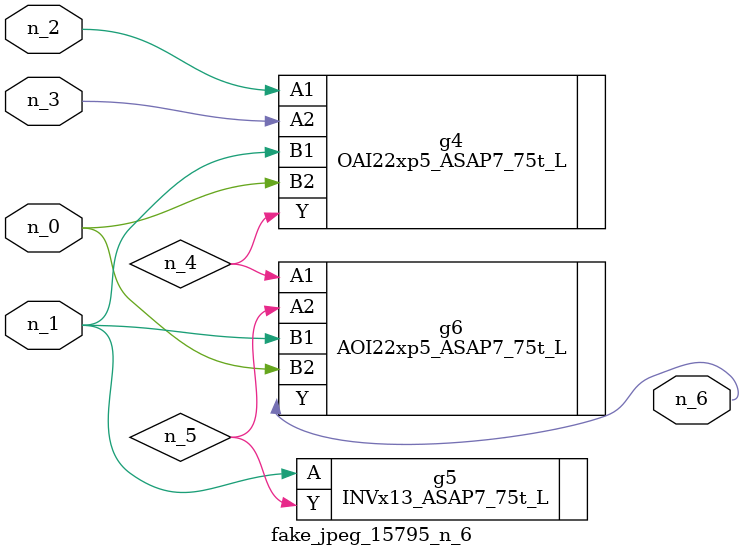
<source format=v>
module fake_jpeg_15795_n_6 (n_0, n_3, n_2, n_1, n_6);

input n_0;
input n_3;
input n_2;
input n_1;

output n_6;

wire n_4;
wire n_5;

OAI22xp5_ASAP7_75t_L g4 ( 
.A1(n_2),
.A2(n_3),
.B1(n_1),
.B2(n_0),
.Y(n_4)
);

INVx13_ASAP7_75t_L g5 ( 
.A(n_1),
.Y(n_5)
);

AOI22xp5_ASAP7_75t_L g6 ( 
.A1(n_4),
.A2(n_5),
.B1(n_1),
.B2(n_0),
.Y(n_6)
);


endmodule
</source>
